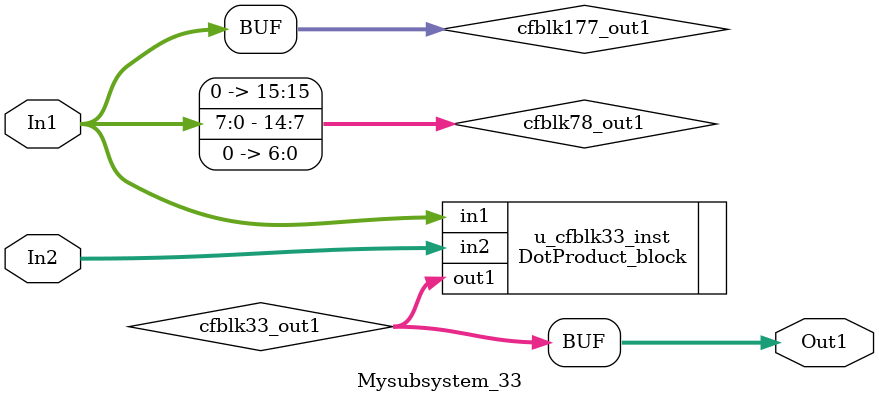
<source format=v>



`timescale 1 ns / 1 ns

module Mysubsystem_33
          (In1,
           In2,
           Out1);


  input   [7:0] In1;  // uint8
  input   [7:0] In2;  // uint8
  output  [15:0] Out1;  // uint16


  wire [15:0] cfblk78_out1;  // ufix16_En7
  wire [7:0] cfblk177_out1;  // uint8
  wire [15:0] cfblk33_out1;  // uint16


  assign cfblk78_out1 = {1'b0, {In1, 7'b0000000}};



  assign cfblk177_out1 = cfblk78_out1[14:7];



  DotProduct_block u_cfblk33_inst (.in1(cfblk177_out1),  // uint8
                                   .in2(In2),  // uint8
                                   .out1(cfblk33_out1)  // uint16
                                   );

  assign Out1 = cfblk33_out1;

endmodule  // Mysubsystem_33


</source>
